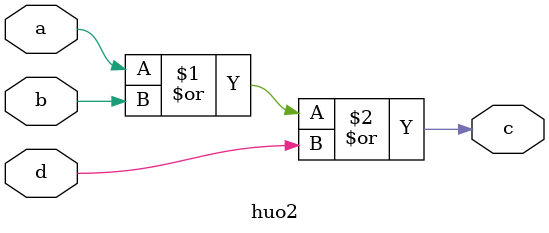
<source format=v>
`timescale 1ns / 1ps


module huo2(
    input a,
    input b,
    input d,
    output c
    );
    assign c=a|b|d;
endmodule

</source>
